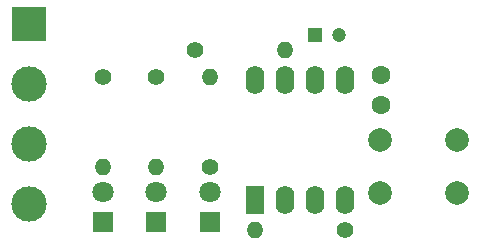
<source format=gbr>
%TF.GenerationSoftware,KiCad,Pcbnew,(6.0.7)*%
%TF.CreationDate,2022-12-22T14:47:10-06:00*%
%TF.ProjectId,Proyecto_1,50726f79-6563-4746-9f5f-312e6b696361,rev?*%
%TF.SameCoordinates,Original*%
%TF.FileFunction,Soldermask,Bot*%
%TF.FilePolarity,Negative*%
%FSLAX46Y46*%
G04 Gerber Fmt 4.6, Leading zero omitted, Abs format (unit mm)*
G04 Created by KiCad (PCBNEW (6.0.7)) date 2022-12-22 14:47:10*
%MOMM*%
%LPD*%
G01*
G04 APERTURE LIST*
%ADD10C,2.000000*%
%ADD11C,1.600000*%
%ADD12C,1.400000*%
%ADD13O,1.400000X1.400000*%
%ADD14R,1.800000X1.800000*%
%ADD15C,1.800000*%
%ADD16R,3.000000X3.000000*%
%ADD17C,3.000000*%
%ADD18R,1.600000X2.400000*%
%ADD19O,1.600000X2.400000*%
%ADD20R,1.200000X1.200000*%
%ADD21C,1.200000*%
G04 APERTURE END LIST*
D10*
%TO.C,SW1*%
X158990000Y-100560000D03*
X152490000Y-100560000D03*
X152490000Y-105060000D03*
X158990000Y-105060000D03*
%TD*%
D11*
%TO.C,C1*%
X152530000Y-95120000D03*
X152530000Y-97620000D03*
%TD*%
D12*
%TO.C,R1*%
X129030000Y-95290000D03*
D13*
X129030000Y-102910000D03*
%TD*%
D12*
%TO.C,R4*%
X138070000Y-102910000D03*
D13*
X138070000Y-95290000D03*
%TD*%
D14*
%TO.C,D3*%
X133510000Y-107575000D03*
D15*
X133510000Y-105035000D03*
%TD*%
D16*
%TO.C,J1*%
X122750000Y-90750000D03*
D17*
X122750000Y-95830000D03*
X122750000Y-100910000D03*
X122750000Y-105990000D03*
%TD*%
D18*
%TO.C,U1*%
X141840000Y-105660000D03*
D19*
X144380000Y-105660000D03*
X146920000Y-105660000D03*
X149460000Y-105660000D03*
X149460000Y-95500000D03*
X146920000Y-95500000D03*
X144380000Y-95500000D03*
X141840000Y-95500000D03*
%TD*%
D12*
%TO.C,R3*%
X136750000Y-92955000D03*
D13*
X144370000Y-92955000D03*
%TD*%
D14*
%TO.C,D1*%
X129000000Y-107575000D03*
D15*
X129000000Y-105035000D03*
%TD*%
D20*
%TO.C,C2*%
X146957401Y-91715000D03*
D21*
X148957401Y-91715000D03*
%TD*%
D12*
%TO.C,R5*%
X133530000Y-95285000D03*
D13*
X133530000Y-102905000D03*
%TD*%
D14*
%TO.C,D2*%
X138020000Y-107570000D03*
D15*
X138020000Y-105030000D03*
%TD*%
D12*
%TO.C,R2*%
X149480000Y-108210000D03*
D13*
X141860000Y-108210000D03*
%TD*%
M02*

</source>
